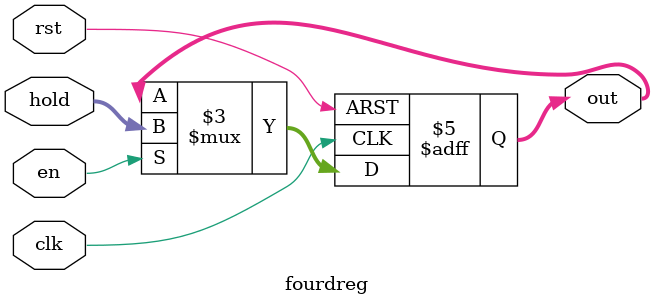
<source format=v>
`timescale 1ns / 1ps


module fourdreg(
	input clk, en, rst,
	input [3:0] hold,
	output reg [3:0] out

    );

always@(posedge clk, posedge rst) begin
	if(rst) begin
		out<=4'b0000;
	end else
	if(en) begin
		out<=hold;
	end else 
	out<=out;
end
endmodule

</source>
